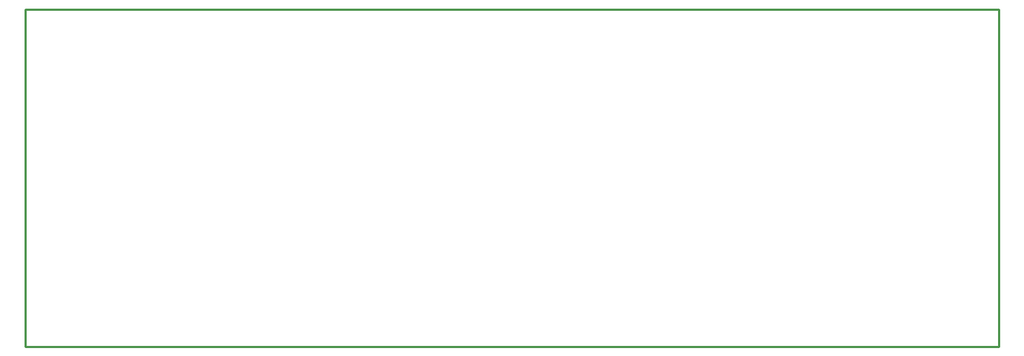
<source format=gko>
G04 start of page 4 for group 6 idx 6 *
G04 Title: (unknown), outline *
G04 Creator: pcb 1.99z *
G04 CreationDate: Tue 11 Mar 2014 08:59:09 PM GMT UTC *
G04 For: jpuls *
G04 Format: Gerber/RS-274X *
G04 PCB-Dimensions (mil): 4500.00 1560.00 *
G04 PCB-Coordinate-Origin: lower left *
%MOIN*%
%FSLAX25Y25*%
%LNOUTLINE*%
%ADD33C,0.0100*%
G54D33*X450000Y156000D02*Y0D01*
X0D01*
Y156000D01*
X450000D01*
M02*

</source>
